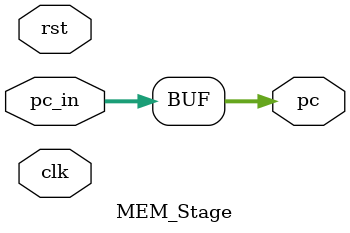
<source format=v>
module MEM_Stage (
    clk,
    rst,
    pc_in,
    pc
);

    input clk, rst;
    input [31:0] pc_in;
    output [31:0] pc;

    assign pc = pc_in;

endmodule
</source>
